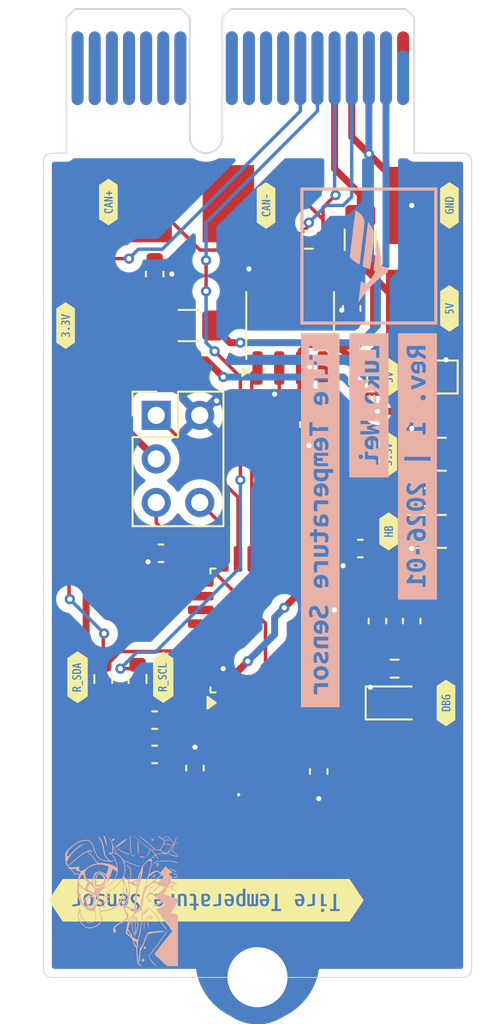
<source format=kicad_pcb>
(kicad_pcb (version 20241229) (generator "pcbnew") (generator_version "9.0")
  (layers (0 "F.Cu" signal) (2 "B.Cu" signal) (13 "F.Paste" user) (15 "B.Paste" user) (5 "F.SilkS" user "F.Silkscreen") (7 "B.SilkS" user "B.Silkscreen") (1 "F.Mask" user) (3 "B.Mask" user) (25 "Edge.Cuts" user))
  (net 0 "")
  (net 1 "GND")
  (net 2 "/Debug LED")
  (net 3 "+3.3V")
  (net 4 "/Heartbeat LED")
  (net 5 "/SWCLK")
  (net 9 "/CAN_TX")
  (net 11 "/SWDIO")
  (net 18 "/NRST")
  (net 19 "Net-(U1-PF0-OSC_IN)")
  (net 21 "/CAN_RX")
  (net 22 "Net-(U1-PF1-OSC_OUT)")
  (net 27 "/CAN_-")
  (net 28 "+5V")
  (net 29 "/CAN_+")
  (net 37 "Net-(D3-A)")
  (net 41 "/I2C1_SCL")
  (net 42 "/I2C1_SDA")
  (net 47 "Net-(D1-A)")
  (net 48 "Net-(D2-A)")
  (net 49 "Net-(J2-5V)")
  (net 50 "Net-(J2-3.3V)")
  (net 66 "Net-(D4-A)")
  (footprint "OEM:TP_Hook_SMD" (layer "F.Cu") (at 103.3 51.9 90)
    (property "Reference" "TP4" (hide yes))
    (property "Value" "TP_SMD")
    (pad "1" smd rect (at 0 0 90) (size 4.5 3) (layers "F.Cu" "F.Mask" "F.Paste") (net 27 "/CAN_-"))
  )
  (footprint "OEM:SOIC-8_3.9x4.9mm_P1.27mm" (layer "F.Cu") (at 106.905 59 90)
    (property "Reference" "U2" (hide yes))
    (property "Value" "MCP2561-E_SN")
    (pad "1" smd roundrect (at -2.475 -1.905 90) (size 1.95 0.6) (layers "F.Cu" "F.Mask" "F.Paste") (net 9 "/CAN_TX"))
    (pad "2" smd roundrect (at -2.475 -0.635 90) (size 1.95 0.6) (layers "F.Cu" "F.Mask" "F.Paste") (net 1 "GND"))
    (pad "3" smd roundrect (at -2.475 0.635 90) (size 1.95 0.6) (layers "F.Cu" "F.Mask" "F.Paste") (net 28 "+5V"))
    (pad "4" smd roundrect (at -2.475 1.905 90) (size 1.95 0.6) (layers "F.Cu" "F.Mask" "F.Paste") (net 21 "/CAN_RX"))
    (pad "5" smd roundrect (at 2.475 1.905 90) (size 1.95 0.6) (layers "F.Cu" "F.Mask" "F.Paste"))
    (pad "6" smd roundrect (at 2.475 0.635 90) (size 1.95 0.6) (layers "F.Cu" "F.Mask" "F.Paste") (net 27 "/CAN_-"))
    (pad "7" smd roundrect (at 2.475 -0.635 90) (size 1.95 0.6) (layers "F.Cu" "F.Mask" "F.Paste") (net 29 "/CAN_+"))
    (pad "8" smd roundrect (at 2.475 -1.905 90) (size 1.95 0.6) (layers "F.Cu" "F.Mask" "F.Paste") (net 1 "GND"))
  )
  (footprint "OEM:C_0603_1608Metric" (layer "F.Cu") (at 99.365 72.2755 180)
    (property "Reference" "C2" (hide yes))
    (property "Value" "C_0.1uF_16V")
    (pad "1" smd roundrect (at -0.775 0 180) (size 0.9 0.95) (layers "F.Cu" "F.Mask" "F.Paste") (net 18 "/NRST"))
    (pad "2" smd roundrect (at 0.775 0 180) (size 0.9 0.95) (layers "F.Cu" "F.Mask" "F.Paste") (net 1 "GND"))
  )
  (footprint "kibuzzard-697E5B74" (layer "F.Cu") (at 116.2 52 90)
    (property "Reference" "kibuzzard-697E5B74" (hide yes))
    (property "Value" "G***" (hide yes))
  )
  (footprint "OEM:J_PCIe_x1_Key" (layer "F.Cu") (at 113.5 44 180)
    (property "Reference" "J2" (hide yes))
    (property "Value" "J_PCIe_x1")
    (fp_line (start 19.65 2.95) (end 19.15 3.45) (stroke (width 0.1)) (layer "Edge.Cuts"))
    (fp_line (start 19.65 -4.95) (end 19.65 2.95) (stroke (width 0.1)) (layer "Edge.Cuts"))
    (fp_line (start 12.95 3.45) (end 19.15 3.45) (stroke (width 0.1)) (layer "Edge.Cuts"))
    (fp_line (start 12.45 2.95) (end 12.95 3.45) (stroke (width 0.1)) (layer "Edge.Cuts"))
    (fp_line (start 12.45 -4) (end 12.45 2.95) (stroke (width 0.1)) (layer "Edge.Cuts"))
    (fp_line (start 10.55 2.95) (end 10.05 3.45) (stroke (width 0.1)) (layer "Edge.Cuts"))
    (fp_line (start 10.55 -4) (end 10.55 2.95) (stroke (width 0.1)) (layer "Edge.Cuts"))
    (fp_line (start -0.15 3.45) (end 10.05 3.45) (stroke (width 0.1)) (layer "Edge.Cuts"))
    (fp_line (start -0.65 2.95) (end -0.15 3.45) (stroke (width 0.1)) (layer "Edge.Cuts"))
    (fp_line (start -0.65 -4.95) (end -0.65 2.95) (stroke (width 0.1)) (layer "Edge.Cuts"))
    (fp_arc (start 10.55 -4) (mid 11.5 -4.95) (end 12.45 -4) (stroke (width 0.1)) (layer "Edge.Cuts"))
    (pad "A1" connect oval (at 0 -0.55 180) (size 0.7 3.2) (layers "B.Cu" "B.Mask"))
    (pad "A2" connect oval (at 1 0 180) (size 0.7 4.3) (layers "B.Cu" "B.Mask") (net 50 "Net-(J2-3.3V)"))
    (pad "A3" connect oval (at 2 0 180) (size 0.7 4.3) (layers "B.Cu" "B.Mask") (net 1 "GND"))
    (pad "A4" connect oval (at 3 0 180) (size 0.7 4.3) (layers "B.Cu" "B.Mask") (net 29 "/CAN_+"))
    (pad "A5" connect oval (at 4 0 180) (size 0.7 4.3) (layers "B.Cu" "B.Mask") (net 27 "/CAN_-"))
    (pad "A6" connect oval (at 5 0 180) (size 0.7 4.3) (layers "B.Cu" "B.Mask") (net 41 "/I2C1_SCL"))
    (pad "A7" connect oval (at 6 0 180) (size 0.7 4.3) (layers "B.Cu" "B.Mask") (net 42 "/I2C1_SDA"))
    (pad "A8" connect oval (at 7 0 180) (size 0.7 4.3) (layers "B.Cu" "B.Mask"))
    (pad "A9" connect oval (at 8 0 180) (size 0.7 4.3) (layers "B.Cu" "B.Mask"))
    (pad "A10" connect oval (at 9 0 180) (size 0.7 4.3) (layers "B.Cu" "B.Mask"))
    (pad "A11" connect oval (at 10 0 180) (size 0.7 4.3) (layers "B.Cu" "B.Mask"))
    (pad "A12" connect oval (at 13 0 180) (size 0.7 4.3) (layers "B.Cu" "B.Mask"))
    (pad "A13" connect oval (at 14 0 180) (size 0.7 4.3) (layers "B.Cu" "B.Mask"))
    (pad "A14" connect oval (at 15 0 180) (size 0.7 4.3) (layers "B.Cu" "B.Mask"))
    (pad "A15" connect oval (at 16 0 180) (size 0.7 4.3) (layers "B.Cu" "B.Mask"))
    (pad "A16" connect oval (at 17 0 180) (size 0.7 4.3) (layers "B.Cu" "B.Mask"))
    (pad "A17" connect oval (at 18 0 180) (size 0.7 4.3) (layers "B.Cu" "B.Mask"))
    (pad "A18" connect oval (at 19 0 180) (size 0.7 4.3) (layers "B.Cu" "B.Mask"))
    (pad "B1" connect oval (at 0 0 180) (size 0.7 4.3) (layers "F.Cu" "F.Mask"))
    (pad "B2" connect oval (at 1 0 180) (size 0.7 4.3) (layers "F.Cu" "F.Mask"))
    (pad "B3" connect oval (at 2 0 180) (size 0.7 4.3) (layers "F.Cu" "F.Mask"))
    (pad "B4" connect oval (at 3 0 180) (size 0.7 4.3) (layers "F.Cu" "F.Mask") (net 1 "GND"))
    (pad "B5" connect oval (at 4 0 180) (size 0.7 4.3) (layers "F.Cu" "F.Mask") (net 49 "Net-(J2-5V)"))
    (pad "B6" connect oval (at 5 0 180) (size 0.7 4.3) (layers "F.Cu" "F.Mask"))
    (pad "B7" connect oval (at 6 0 180) (size 0.7 4.3) (layers "F.Cu" "F.Mask"))
    (pad "B8" connect oval (at 7 0 180) (size 0.7 4.3) (layers "F.Cu" "F.Mask"))
    (pad "B9" connect oval (at 8 0 180) (size 0.7 4.3) (layers "F.Cu" "F.Mask"))
    (pad "B10" connect oval (at 9 0 180) (size 0.7 4.3) (layers "F.Cu" "F.Mask"))
    (pad "B11" connect oval (at 10 0 180) (size 0.7 4.3) (layers "F.Cu" "F.Mask"))
    (pad "B12" connect oval (at 13 0 180) (size 0.7 4.3) (layers "F.Cu" "F.Mask"))
    (pad "B13" connect oval (at 14 0 180) (size 0.7 4.3) (layers "F.Cu" "F.Mask"))
    (pad "B14" connect oval (at 15 0 180) (size 0.7 4.3) (layers "F.Cu" "F.Mask"))
    (pad "B15" connect oval (at 16 0 180) (size 0.7 4.3) (layers "F.Cu" "F.Mask"))
    (pad "B16" connect oval (at 17 0 180) (size 0.7 4.3) (layers "F.Cu" "F.Mask"))
    (pad "B17" connect oval (at 18 -0.55 180) (size 0.7 3.2) (layers "F.Cu" "F.Mask"))
    (pad "B18" connect oval (at 19 0 180) (size 0.7 4.3) (layers "F.Cu" "F.Mask"))
  )
  (footprint "OEM:Fuse_1206_3216Metric" (layer "F.Cu") (at 111 54 90)
    (property "Reference" "F1" (hide yes))
    (property "Value" "F_500mA_8V")
    (pad "1" smd roundrect (at -1.4 0 90) (size 1.25 1.75) (layers "F.Cu" "F.Mask" "F.Paste") (roundrect_rratio 0.2) (net 28 "+5V"))
    (pad "2" smd roundrect (at 1.4 0 90) (size 1.25 1.75) (layers "F.Cu" "F.Mask" "F.Paste") (roundrect_rratio 0.2) (net 49 "Net-(J2-5V)"))
  )
  (footprint "OEM:J_Programming_Pin_Header_Keyed" (layer "F.Cu") (at 99.09 64.2355)
    (property "Reference" "J3" (hide yes))
    (property "Value" "J_Programming_Pin_Header")
    (pad "1" thru_hole rect (at 0 0) (size 1.7 1.7) (drill 1) (layers "*.Cu" "*.Mask") (net 11 "/SWDIO"))
    (pad "2" thru_hole circle (at 2.54 0) (size 1.7 1.7) (drill 1) (layers "*.Cu" "*.Mask") (net 1 "GND"))
    (pad "3" thru_hole circle (at 0 2.54) (size 1.7 1.7) (drill 1) (layers "*.Cu" "*.Mask") (net 3 "+3.3V"))
    (pad "4" thru_hole circle (at 0 5.08) (size 1.7 1.7) (drill 1) (layers "*.Cu" "*.Mask") (net 18 "/NRST"))
    (pad "5" thru_hole circle (at 2.54 5.08) (size 1.7 1.7) (drill 1) (layers "*.Cu" "*.Mask") (net 5 "/SWCLK"))
  )
  (footprint "OEM:TP_Hook_SMD" (layer "F.Cu") (at 96 59 90)
    (property "Reference" "TP1" (hide yes))
    (property "Value" "TP_SMD")
    (pad "1" smd rect (at 0 0 90) (size 4.5 3) (layers "F.Cu" "F.Mask" "F.Paste") (net 3 "+3.3V"))
  )
  (footprint "OEM:R_0603_1608Metric" (layer "F.Cu") (at 98 79.6005 90)
    (property "Reference" "R1" (hide yes))
    (property "Value" "R_2.2k_0.1W")
    (pad "1" smd roundrect (at -0.825 0 90) (size 0.8 0.95) (layers "F.Cu" "F.Mask" "F.Paste") (net 3 "+3.3V"))
    (pad "2" smd roundrect (at 0.825 0 90) (size 0.8 0.95) (layers "F.Cu" "F.Mask" "F.Paste") (net 41 "/I2C1_SCL"))
  )
  (footprint "kibuzzard-697E5C85" (layer "F.Cu") (at 112.65 71 90)
    (property "Reference" "kibuzzard-697E5C85" (hide yes))
    (property "Value" "G***" (hide yes))
  )
  (footprint "OEM:D_0805_2012Metric" (layer "F.Cu") (at 115 71)
    (property "Reference" "D2" (hide yes))
    (property "Value" "D_Blue_LED")
    (pad "1" smd roundrect (at -0.9375 0) (size 0.975 1.4) (layers "F.Cu" "F.Mask" "F.Paste") (net 1 "GND"))
    (pad "2" smd roundrect (at 0.9375 0) (size 0.975 1.4) (layers "F.Cu" "F.Mask" "F.Paste") (net 48 "Net-(D2-A)"))
  )
  (footprint "OEM:D_0805_2012Metric" (layer "F.Cu") (at 113 81)
    (property "Reference" "D1" (hide yes))
    (property "Value" "D_Blue_LED")
    (pad "1" smd roundrect (at -0.9375 0) (size 0.975 1.4) (layers "F.Cu" "F.Mask" "F.Paste") (net 1 "GND"))
    (pad "2" smd roundrect (at 0.9375 0) (size 0.975 1.4) (layers "F.Cu" "F.Mask" "F.Paste") (net 47 "Net-(D1-A)"))
  )
  (footprint "OEM:D_0805_2012Metric" (layer "F.Cu") (at 115 62 180)
    (property "Reference" "D4" (hide yes))
    (property "Value" "D_Blue_LED")
    (pad "1" smd roundrect (at -0.9375 0 180) (size 0.975 1.4) (layers "F.Cu" "F.Mask" "F.Paste") (net 1 "GND"))
    (pad "2" smd roundrect (at 0.9375 0 180) (size 0.975 1.4) (layers "F.Cu" "F.Mask" "F.Paste") (net 66 "Net-(D4-A)"))
  )
  (footprint "kibuzzard-698147C7" (layer "F.Cu") (at 112.644723 62 90)
    (property "Reference" "kibuzzard-698147C7" (hide yes))
    (property "Value" "G***" (hide yes))
  )
  (footprint "kibuzzard-697E5B13" (layer "F.Cu") (at 94.5 79.5 90)
    (property "Reference" "kibuzzard-697E5B13" (hide yes))
    (property "Value" "G***" (hide yes))
  )
  (footprint "OEM:Fuse_1206_3216Metric" (layer "F.Cu") (at 101 59)
    (property "Reference" "F3" (hide yes))
    (property "Value" "F_500mA_8V")
    (pad "1" smd roundrect (at -1.4 0) (size 1.25 1.75) (layers "F.Cu" "F.Mask" "F.Paste") (roundrect_rratio 0.2) (net 3 "+3.3V"))
    (pad "2" smd roundrect (at 1.4 0) (size 1.25 1.75) (layers "F.Cu" "F.Mask" "F.Paste") (roundrect_rratio 0.2) (net 50 "Net-(J2-3.3V)"))
  )
  (footprint "OEM:R_0603_1608Metric" (layer "F.Cu") (at 113 79)
    (property "Reference" "R5" (hide yes))
    (property "Value" "R_1k")
    (pad "1" smd roundrect (at -0.825 0) (size 0.8 0.95) (layers "F.Cu" "F.Mask" "F.Paste") (net 2 "/Debug LED"))
    (pad "2" smd roundrect (at 0.825 0) (size 0.8 0.95) (layers "F.Cu" "F.Mask" "F.Paste") (net 47 "Net-(D1-A)"))
  )
  (footprint "OEM:R_0603_1608Metric" (layer "F.Cu") (at 115 69)
    (property "Reference" "R4" (hide yes))
    (property "Value" "R_1k")
    (pad "1" smd roundrect (at -0.825 0) (size 0.8 0.95) (layers "F.Cu" "F.Mask" "F.Paste") (net 4 "/Heartbeat LED"))
    (pad "2" smd roundrect (at 0.825 0) (size 0.8 0.95) (layers "F.Cu" "F.Mask" "F.Paste") (net 48 "Net-(D2-A)"))
  )
  (footprint "OEM:C_0603_1608Metric" (layer "F.Cu") (at 112 76.225 -90)
    (property "Reference" "C10" (hide yes))
    (property "Value" "C_10nF_50V")
    (pad "1" smd roundrect (at -0.775 0 270) (size 0.9 0.95) (layers "F.Cu" "F.Mask" "F.Paste") (net 3 "+3.3V"))
    (pad "2" smd roundrect (at 0.775 0 270) (size 0.9 0.95) (layers "F.Cu" "F.Mask" "F.Paste") (net 1 "GND"))
  )
  (footprint "OEM:C_0603_1608Metric" (layer "F.Cu") (at 99 56 90)
    (property "Reference" "C8" (hide yes))
    (property "Value" "C_10uF_10V")
    (pad "1" smd roundrect (at -0.775 0 90) (size 0.9 0.95) (layers "F.Cu" "F.Mask" "F.Paste") (net 3 "+3.3V"))
    (pad "2" smd roundrect (at 0.775 0 90) (size 0.9 0.95) (layers "F.Cu" "F.Mask" "F.Paste") (net 1 "GND"))
  )
  (footprint "OEM:C_0603_1608Metric" (layer "F.Cu") (at 99 84 180)
    (property "Reference" "C1" (hide yes))
    (property "Value" "C_4.7uF_25V")
    (pad "1" smd roundrect (at -0.775 0 180) (size 0.9 0.95) (layers "F.Cu" "F.Mask" "F.Paste") (net 3 "+3.3V"))
    (pad "2" smd roundrect (at 0.775 0 180) (size 0.9 0.95) (layers "F.Cu" "F.Mask" "F.Paste") (net 1 "GND"))
  )
  (footprint "OEM:R_0603_1608Metric" (layer "F.Cu") (at 108 54)
    (property "Reference" "R3" (hide yes))
    (property "Value" "R_120")
    (pad "1" smd roundrect (at -0.825 0) (size 0.8 0.95) (layers "F.Cu" "F.Mask" "F.Paste") (net 29 "/CAN_+"))
    (pad "2" smd roundrect (at 0.825 0) (size 0.8 0.95) (layers "F.Cu" "F.Mask" "F.Paste") (net 27 "/CAN_-"))
  )
  (footprint "OEM:C_0603_1608Metric" (layer "F.Cu") (at 110.5 58 -90)
    (property "Reference" "C9" (hide yes))
    (property "Value" "C_10uF_10V")
    (pad "1" smd roundrect (at -0.775 0 270) (size 0.9 0.95) (layers "F.Cu" "F.Mask" "F.Paste") (net 28 "+5V"))
    (pad "2" smd roundrect (at 0.775 0 270) (size 0.9 0.95) (layers "F.Cu" "F.Mask" "F.Paste") (net 1 "GND"))
  )
  (footprint "kibuzzard-697E730B" (layer "F.Cu") (at 102 92.5 180)
    (property "Reference" "kibuzzard-697E730B" (hide yes))
    (property "Value" "G***" (hide yes))
  )
  (footprint "OEM:C_0603_1608Metric" (layer "F.Cu") (at 108.5745 85 -90)
    (property "Reference" "C3" (hide yes))
    (property "Value" "C_30pF_50V")
    (pad "1" smd roundrect (at -0.775 0 270) (size 0.9 0.95) (layers "F.Cu" "F.Mask" "F.Paste") (net 22 "Net-(U1-PF1-OSC_OUT)"))
    (pad "2" smd roundrect (at 0.775 0 270) (size 0.9 0.95) (layers "F.Cu" "F.Mask" "F.Paste") (net 1 "GND"))
  )
  (footprint "OEM:C_0603_1608Metric" (layer "F.Cu") (at 99 82 180)
    (property "Reference" "C5" (hide yes))
    (property "Value" "C_0.1uF_16V")
    (pad "1" smd roundrect (at -0.775 0 180) (size 0.9 0.95) (layers "F.Cu" "F.Mask" "F.Paste") (net 3 "+3.3V"))
    (pad "2" smd roundrect (at 0.775 0 180) (size 0.9 0.95) (layers "F.Cu" "F.Mask" "F.Paste") (net 1 "GND"))
  )
  (footprint "OEM:TP_Hook_SMD" (layer "F.Cu") (at 98.5 51.9 90)
    (property "Reference" "TP5" (hide yes))
    (property "Value" "TP_SMD")
    (pad "1" smd rect (at 0 0 90) (size 4.5 3) (layers "F.Cu" "F.Mask" "F.Paste") (net 29 "/CAN_+"))
  )
  (footprint "OEM:R_0603_1608Metric" (layer "F.Cu") (at 115.0625 64)
    (property "Reference" "R6" (hide yes))
    (property "Value" "R_1k")
    (pad "1" smd roundrect (at -0.825 0) (size 0.8 0.95) (layers "F.Cu" "F.Mask" "F.Paste") (net 3 "+3.3V"))
    (pad "2" smd roundrect (at 0.825 0) (size 0.8 0.95) (layers "F.Cu" "F.Mask" "F.Paste") (net 37 "Net-(D3-A)"))
  )
  (footprint "OEM:FA238160000MBC0 (X_16MHz_18pF_SMD - FA-238_16.0000MB-C0)" (layer "F.Cu") (at 105 84.5)
    (property "Reference" "Y1" (hide yes))
    (property "Value" "X_16MHz_18pF" (hide yes))
    (pad "1" smd rect (at -1.1 0.8 90) (size 1.2 1.4) (layers "F.Cu" "F.Mask" "F.Paste") (net 19 "Net-(U1-PF0-OSC_IN)"))
    (pad "2" smd rect (at 1.1 0.8 90) (size 1.2 1.4) (layers "F.Cu" "F.Mask" "F.Paste") (net 1 "GND"))
    (pad "3" smd rect (at 1.1 -0.8 90) (size 1.2 1.4) (layers "F.Cu" "F.Mask" "F.Paste") (net 22 "Net-(U1-PF1-OSC_OUT)"))
    (pad "4" smd rect (at -1.1 -0.8 90) (size 1.2 1.4) (layers "F.Cu" "F.Mask" "F.Paste") (net 1 "GND"))
  )
  (footprint "OEM:D_0805_2012Metric" (layer "F.Cu") (at 115 66.5)
    (property "Reference" "D3" (hide yes))
    (property "Value" "D_Blue_LED")
    (pad "1" smd roundrect (at -0.9375 0) (size 0.975 1.4) (layers "F.Cu" "F.Mask" "F.Paste") (net 1 "GND"))
    (pad "2" smd roundrect (at 0.9375 0) (size 0.975 1.4) (layers "F.Cu" "F.Mask" "F.Paste") (net 37 "Net-(D3-A)"))
  )
  (footprint "OEM:TP_Hook_SMD" (layer "F.Cu") (at 114 52 90)
    (property "Reference" "TP2" (hide yes))
    (property "Value" "TP_SMD")
    (pad "1" smd rect (at 0 0 90) (size 4.5 3) (layers "F.Cu" "F.Mask" "F.Paste") (net 1 "GND"))
  )
  (footprint "kibuzzard-697E5B7C" (layer "F.Cu") (at 116.2 58 90)
    (property "Reference" "kibuzzard-697E5B7C" (hide yes))
    (property "Value" "G***" (hide yes))
  )
  (footprint "kibuzzard-697E5BB9" (layer "F.Cu") (at 116 81 90)
    (property "Reference" "kibuzzard-697E5BB9" (hide yes))
    (property "Value" "G***" (hide yes))
  )
  (footprint "OEM:C_0603_1608Metric" (layer "F.Cu") (at 111 72)
    (property "Reference" "C11" (hide yes))
    (property "Value" "C_0.1uF_16V")
    (pad "1" smd roundrect (at -0.775 0) (size 0.9 0.95) (layers "F.Cu" "F.Mask" "F.Paste") (net 3 "+3.3V"))
    (pad "2" smd roundrect (at 0.775 0) (size 0.9 0.95) (layers "F.Cu" "F.Mask" "F.Paste") (net 1 "GND"))
  )
  (footprint "OEM:C_0603_1608Metric" (layer "F.Cu") (at 108 64.775 -90)
    (property "Reference" "C7" (hide yes))
    (property "Value" "C_0.1uF_16V")
    (pad "1" smd roundrect (at -0.775 0 270) (size 0.9 0.95) (layers "F.Cu" "F.Mask" "F.Paste") (net 28 "+5V"))
    (pad "2" smd roundrect (at 0.775 0 270) (size 0.9 0.95) (layers "F.Cu" "F.Mask" "F.Paste") (net 1 "GND"))
  )
  (footprint "kibuzzard-697E5E44" (layer "F.Cu") (at 96.3 51.8 90)
    (property "Reference" "kibuzzard-697E5E44" (hide yes))
    (property "Value" "G***" (hide yes))
  )
  (footprint "kibuzzard-69814769" (layer "F.Cu") (at 112.6 66.5 90)
    (property "Reference" "kibuzzard-69814769" (hide yes))
    (property "Value" "G***" (hide yes))
  )
  (footprint "OEM:C_0603_1608Metric" (layer "F.Cu") (at 114 76.225 -90)
    (property "Reference" "C4" (hide yes))
    (property "Value" "C_1uF_50V")
    (pad "1" smd roundrect (at -0.775 0 270) (size 0.9 0.95) (layers "F.Cu" "F.Mask" "F.Paste") (net 3 "+3.3V"))
    (pad "2" smd roundrect (at 0.775 0 270) (size 0.9 0.95) (layers "F.Cu" "F.Mask" "F.Paste") (net 1 "GND"))
  )
  (footprint "kibuzzard-697E5B64" (layer "F.Cu") (at 93.8 59 90)
    (property "Reference" "kibuzzard-697E5B64" (hide yes))
    (property "Value" "G***" (hide yes))
  )
  (footprint "OEM:H_MountingHole" (layer "F.Cu") (at 105 97 180)
    (property "Reference" "H2" (hide yes))
    (property "Value" "H_MountingHole" (hide yes))
    (pad "1" thru_hole circle (at 0 0.016 180) (size 5.499999 5.499999) (drill 3.500001) (layers "*.Cu" "*.Mask") (net 1 "GND"))
    (pad "1" smd circle (at 0 1.016 180) (size 7.249998 7.249998) (layers "B.Cu" "B.Mask") (net 1 "GND"))
  )
  (footprint "OEM:R_0603_1608Metric" (layer "F.Cu") (at 96 79.6005 90)
    (property "Reference" "R2" (hide yes))
    (property "Value" "R_2.2k_0.1W")
    (pad "1" smd roundrect (at -0.825 0 90) (size 0.8 0.95) (layers "F.Cu" "F.Mask" "F.Paste") (net 3 "+3.3V"))
    (pad "2" smd roundrect (at 0.825 0 90) (size 0.8 0.95) (layers "F.Cu" "F.Mask" "F.Paste") (net 42 "/I2C1_SDA"))
  )
  (footprint "OEM:C_0603_1608Metric" (layer "F.Cu") (at 101.35 84.8 90)
    (property "Reference" "C6" (hide yes))
    (property "Value" "C_30pF_50V")
    (pad "1" smd roundrect (at -0.775 0 90) (size 0.9 0.95) (layers "F.Cu" "F.Mask" "F.Paste") (net 19 "Net-(U1-PF0-OSC_IN)"))
    (pad "2" smd roundrect (at 0.775 0 90) (size 0.9 0.95) (layers "F.Cu" "F.Mask" "F.Paste") (net 1 "GND"))
  )
  (footprint "OEM:TP_Hook_SMD" (layer "F.Cu") (at 114 58 90)
    (property "Reference" "TP3" (hide yes))
    (property "Value" "TP_SMD")
    (pad "1" smd rect (at 0 0 90) (size 4.5 3) (layers "F.Cu" "F.Mask" "F.Paste") (net 28 "+5V"))
  )
  (footprint "OEM:R_0603_1608Metric" (layer "F.Cu") (at 110.873586 62.173636 -90)
    (property "Reference" "R7" (hide yes))
    (property "Value" "R_1k")
    (pad "1" smd roundrect (at -0.825 0 270) (size 0.8 0.95) (layers "F.Cu" "F.Mask" "F.Paste") (net 28 "+5V"))
    (pad "2" smd roundrect (at 0.825 0 270) (size 0.8 0.95) (layers "F.Cu" "F.Mask" "F.Paste") (net 66 "Net-(D4-A)"))
  )
  (footprint "kibuzzard-697E5AB9" (layer "F.Cu") (at 105.5 52 90)
    (property "Reference" "kibuzzard-697E5AB9" (hide yes))
    (property "Value" "G***" (hide yes))
  )
  (footprint "kibuzzard-697E5DCC" (layer "F.Cu") (at 99.5 79.5 90)
    (property "Reference" "kibuzzard-697E5DCC" (hide yes))
    (property "Value" "G***" (hide yes))
  )
  (footprint "OEM:LQFP-32_7x7mm_P0.8mm" (layer "F.Cu") (at 105.865 76.7755 90)
    (property "Reference" "U1" (hide yes))
    (property "Value" "STM32G441KBT6")
    (pad "1" smd roundrect (at -4.175 -2.8 90) (size 1.5 0.5) (layers "F.Cu" "F.Mask" "F.Paste") (net 3 "+3.3V"))
    (pad "2" smd roundrect (at -4.175 -2 90) (size 1.5 0.5) (layers "F.Cu" "F.Mask" "F.Paste") (net 19 "Net-(U1-PF0-OSC_IN)"))
    (pad "3" smd roundrect (at -4.175 -1.2 90) (size 1.5 0.5) (layers "F.Cu" "F.Mask" "F.Paste") (net 22 "Net-(U1-PF1-OSC_OUT)"))
    (pad "4" smd roundrect (at -4.175 -0.4 90) (size 1.5 0.5) (layers "F.Cu" "F.Mask" "F.Paste") (net 18 "/NRST"))
    (pad "5" smd roundrect (at -4.175 0.4 90) (size 1.5 0.5) (layers "F.Cu" "F.Mask" "F.Paste"))
    (pad "6" smd roundrect (at -4.175 1.2 90) (size 1.5 0.5) (layers "F.Cu" "F.Mask" "F.Paste"))
    (pad "7" smd roundrect (at -4.175 2 90) (size 1.5 0.5) (layers "F.Cu" "F.Mask" "F.Paste"))
    (pad "8" smd roundrect (at -4.175 2.8 90) (size 1.5 0.5) (layers "F.Cu" "F.Mask" "F.Paste"))
    (pad "9" smd roundrect (at -2.8 4.175 90) (size 0.5 1.5) (layers "F.Cu" "F.Mask" "F.Paste"))
    (pad "10" smd roundrect (at -2 4.175 90) (size 0.5 1.5) (layers "F.Cu" "F.Mask" "F.Paste"))
    (pad "11" smd roundrect (at -1.2 4.175 90) (size 0.5 1.5) (layers "F.Cu" "F.Mask" "F.Paste") (net 2 "/Debug LED"))
    (pad "12" smd roundrect (at -0.4 4.175 90) (size 0.5 1.5) (layers "F.Cu" "F.Mask" "F.Paste"))
    (pad "13" smd roundrect (at 0.4 4.175 90) (size 0.5 1.5) (layers "F.Cu" "F.Mask" "F.Paste"))
    (pad "14" smd roundrect (at 1.2 4.175 90) (size 0.5 1.5) (layers "F.Cu" "F.Mask" "F.Paste") (net 1 "GND"))
    (pad "15" smd roundrect (at 2 4.175 90) (size 0.5 1.5) (layers "F.Cu" "F.Mask" "F.Paste") (net 3 "+3.3V"))
    (pad "16" smd roundrect (at 2.8 4.175 90) (size 0.5 1.5) (layers "F.Cu" "F.Mask" "F.Paste") (net 1 "GND"))
    (pad "17" smd roundrect (at 4.175 2.8 90) (size 1.5 0.5) (layers "F.Cu" "F.Mask" "F.Paste") (net 3 "+3.3V"))
    (pad "18" smd roundrect (at 4.175 2 90) (size 1.5 0.5) (layers "F.Cu" "F.Mask" "F.Paste") (net 4 "/Heartbeat LED"))
    (pad "19" smd roundrect (at 4.175 1.2 90) (size 1.5 0.5) (layers "F.Cu" "F.Mask" "F.Paste"))
    (pad "20" smd roundrect (at 4.175 0.4 90) (size 1.5 0.5) (layers "F.Cu" "F.Mask" "F.Paste"))
    (pad "21" smd roundrect (at 4.175 -0.4 90) (size 1.5 0.5) (layers "F.Cu" "F.Mask" "F.Paste") (net 21 "/CAN_RX"))
    (pad "22" smd roundrect (at 4.175 -1.2 90) (size 1.5 0.5) (layers "F.Cu" "F.Mask" "F.Paste") (net 9 "/CAN_TX"))
    (pad "23" smd roundrect (at 4.175 -2 90) (size 1.5 0.5) (layers "F.Cu" "F.Mask" "F.Paste") (net 11 "/SWDIO"))
    (pad "24" smd roundrect (at 4.175 -2.8 90) (size 1.5 0.5) (layers "F.Cu" "F.Mask" "F.Paste") (net 5 "/SWCLK"))
    (pad "25" smd roundrect (at 2.8 -4.175 90) (size 0.5 1.5) (layers "F.Cu" "F.Mask" "F.Paste"))
    (pad "26" smd roundrect (at 2 -4.175 90) (size 0.5 1.5) (layers "F.Cu" "F.Mask" "F.Paste"))
    (pad "27" smd roundrect (at 1.2 -4.175 90) (size 0.5 1.5) (layers "F.Cu" "F.Mask" "F.Paste"))
    (pad "28" smd roundrect (at 0.4 -4.175 90) (size 0.5 1.5) (layers "F.Cu" "F.Mask" "F.Paste"))
    (pad "29" smd roundrect (at -0.4 -4.175 90) (size 0.5 1.5) (layers "F.Cu" "F.Mask" "F.Paste"))
    (pad "30" smd roundrect (at -1.2 -4.175 90) (size 0.5 1.5) (layers "F.Cu" "F.Mask" "F.Paste") (net 42 "/I2C1_SDA"))
    (pad "31" smd roundrect (at -2 -4.175 90) (size 0.5 1.5) (layers "F.Cu" "F.Mask" "F.Paste") (net 41 "/I2C1_SCL"))
    (pad "32" smd roundrect (at -2.8 -4.175 90) (size 0.5 1.5) (layers "F.Cu" "F.Mask" "F.Paste") (net 1 "GND"))
  )
  (footprint "OEM:OEM_Logo_8mm" (layer "B.Cu") (at 111.5 54.95 -90)
    (property "Reference" "REF**" (hide yes))
    (property "Value" "OEM_Logo_8mm")
  )
  (footprint "LOGO" (layer "B.Cu") (at 97.064384 92.541096 -90)
    (property "Reference" "G***" (hide yes))
    (property "Value" "LOGO" (hide yes))
  )
  (footprint "kibuzzard-6980A3A7" (layer "B.Cu") (at 108.665 70.3499 -90)
    (property "Reference" "kibuzzard-6980A3A7" (hide yes))
    (property "Value" "G***" (hide yes))
  )
  (footprint "kibuzzard-6980A425" (layer "B.Cu") (at 111.5 63.65215 -90)
    (property "Reference" "kibuzzard-6980A425" (hide yes))
    (property "Value" "G***" (hide yes))
  )
  (footprint "kibuzzard-6980A498" (layer "B.Cu") (at 114.335 67.21427 -90)
    (property "Reference" "kibuzzard-6980A498" (hide yes))
    (property "Value" "G***" (hide yes))
  )
  (gr_arc (start 93 97) (mid 92.646447 96.853553) (end 92.5 96.5) (stroke (width 0.05)) (layer "Edge.Cuts"))
  (gr_line (start 117.5 96.5) (end 117.5 58.5) (stroke (width 0.05)) (layer "Edge.Cuts"))
  (gr_line (start 93 97) (end 117 97) (stroke (width 0.05)) (layer "Edge.Cuts"))
  (gr_arc (start 117.5 96.5) (mid 117.353553 96.853553) (end 117 97) (stroke (width 0.05)) (layer "Edge.Cuts"))
  (gr_line (start 92.5 49.45) (end 92.5 96.5) (stroke (width 0.05)) (layer "Edge.Cuts"))
  (gr_line (start 93.85 48.95) (end 93 48.95) (stroke (width 0.05)) (layer "Edge.Cuts"))
  (gr_line (start 117.5 49.45) (end 117.5 58.5) (stroke (width 0.05)) (layer "Edge.Cuts"))
  (gr_arc (start 117 48.95) (mid 117.353553 49.096447) (end 117.5 49.45) (stroke (width 0.05)) (layer "Edge.Cuts"))
  (gr_arc (start 92.5 49.45) (mid 92.646447 49.096447) (end 93 48.95) (stroke (width 0.05)) (layer "Edge.Cuts"))
  (gr_line (start 114.15 48.95) (end 117 48.95) (stroke (width 0.05)) (layer "Edge.Cuts"))
  (segment (start 111.738 80.6755) (end 111.738 80.238) (width 0.2) (layer "F.Cu") (net 1))
  (segment (start 114 51.5) (end 112.5 50) (width 0.4064) (layer "F.Cu") (net 1))
  (segment (start 105 56.2) (end 104.5 55.7) (width 0.2) (layer "F.Cu") (net 1))
  (segment (start 110.595918 75.5755) (end 110.04 75.5755) (width 0.2) (layer "F.Cu") (net 1))
  (segment (start 108.5745 85.775) (end 108.5745 86.575) (width 0.2) (layer "F.Cu") (net 1))
  (segment (start 110.04 73.04) (end 110 73) (width 0.2) (layer "F.Cu") (net 1))
  (segment (start 110.5 58.775) (end 110.5 58.596058) (width 0.4064) (layer "F.Cu") (net 1))
  (segment (start 109.91852 58.08148) (end 109.91852 58.098542) (width 0.4064) (layer "F.Cu") (net 1))
  (segment (start 114 65) (end 114.0625 65.0625) (width 0.2) (layer "F.Cu") (net 1))
  (segment (start 114 52) (end 114 51.5) (width 0.4064) (layer "F.Cu") (net 1))
  (segment (start 102.4245 79.5755) (end 103 79) (width 0.2) (layer "F.Cu") (net 1))
  (segment (start 115.9375 61.0625) (end 116 61) (width 0.2) (layer "F.Cu") (net 1))
  (segment (start 100 55.45) (end 99.775 55.225) (width 0.2) (layer "F.Cu") (net 1))
  (segment (start 101.69 79.5755) (end 102.4245 79.5755) (width 0.2) (layer "F.Cu") (net 1))
  (segment (start 108.0995 85.3) (end 108.5745 85.775) (width 0.2) (layer "F.Cu") (net 1))
  (segment (start 114.325 71.188) (end 114.4375 71.3005) (width 0.2) (layer "F.Cu") (net 1))
  (segment (start 106.27 62.73) (end 106 63) (width 0.2) (layer "F.Cu") (net 1))
  (segment (start 114 77) (end 112 77) (width 0.2) (layer "F.Cu") (net 1))
  (segment (start 112 77) (end 112 76.979582) (width 0.2) (layer "F.Cu") (net 1))
  (segment (start 102.615 63.385) (end 102.4805 63.385) (width 0.2) (layer "F.Cu") (net 1))
  (segment (start 99 55.225) (end 99 55) (width 0.2) (layer "F.Cu") (net 1))
  (segment (start 98.59 72.2755) (end 98.59 72.7505) (width 0.2) (layer "F.Cu") (net 1))
  (segment (start 114.0625 71) (end 114.0625 71.9375) (width 0.2) (layer "F.Cu") (net 1))
  (segment (start 110.5 48) (end 110.5 44) (width 0.4064) (layer "F.Cu") (net 1))
  (segment (start 114.0625 65.0625) (end 114.0625 66.5) (width 0.2) (layer "F.Cu") (net 1))
  (segment (start 98.59 72.7505) (end 98.615 72.7755) (width 0.2) (layer "F.Cu") (net 1))
  (segment (start 110.5 48) (end 111.5 49) (width 0.4064) (layer "F.Cu") (net 1))
  (segment (start 110.04 75.5755) (end 109.484082 75.5755) (width 0.2) (layer "F.Cu") (net 1))
  (segment (start 101.69 79.5755) (end 100.6495 79.5755) (width 0.2) (layer "F.Cu") (net 1))
  (segment (start 106.27 61.475) (end 106.27 62.73) (width 0.2) (layer "F.Cu") (net 1))
  (segment (start 110.04 73.9755) (end 110.04 73.04) (width 0.2) (layer "F.Cu") (net 1))
  (segment (start 110.725 59) (end 110.775 59) (width 0.2) (layer "F.Cu") (net 1))
  (segment (start 100 56) (end 100 55.45) (width 0.2) (layer "F.Cu") (net 1))
  (segment (start 105 56.525) (end 105 56.2) (width 0.2) (layer "F.Cu") (net 1))
  (segment (start 112.75 53.75) (end 112.75 53) (width 0.4064) (layer "F.Cu") (net 1))
  (segment (start 110.04 73.9755) (end 111.775 72.2405) (width 0.2) (layer "F.Cu") (net 1))
  (segment (start 109.951971 58.048029) (end 109.91852 58.08148) (width 0.4064) (layer "F.Cu") (net 1))
  (segment (start 106.1 85.3) (end 108.0995 85.3) (width 0.2) (layer "F.Cu") (net 1))
  (segment (start 115.9375 62) (end 115.9375 61.0625) (width 0.2) (layer "F.Cu") (net 1))
  (segment (start 111.775 72.2405) (end 111.775 72) (width 0.2) (layer "F.Cu") (net 1))
  (segment (start 114.0625 71.9375) (end 114 72) (width 0.2) (layer "F.Cu") (net 1))
  (segment (start 101.675 83.7) (end 101.35 84.025) (width 0.2) (layer "F.Cu") (net 1))
  (segment (start 110.5 58.596058) (end 109.951971 58.048029) (width 0.2) (layer "F.Cu") (net 1))
  (segment (start 99.775 55.225) (end 99 55.225) (width 0.2) (layer "F.Cu") (net 1))
  (segment (start 111.5 49) (end 112.5 50) (width 0.4064) (layer "F.Cu") (net 1))
  (segment (start 108 65.55) (end 108 66) (width 0.2) (layer "F.Cu") (net 1))
  (segment (start 100.6495 79.5755) (end 98.225 82) (width 0.2) (layer "F.Cu") (net 1))
  (segment (start 112.75 53) (end 112.75 52.25) (width 0.4064) (layer "F.Cu") (net 1))
  (segment (start 112 76.979582) (end 110.595918 75.5755) (width 0.2) (layer "F.Cu") (net 1))
  (segment (start 112.0625 81) (end 111.738 80.6755) (width 0.2) (layer "F.Cu") (net 1))
  (segment (start 103.9 83.7) (end 101.675 83.7) (width 0.2) (layer "F.Cu") (net 1))
  (segment (start 102.4805 63.385) (end 101.63 64.2355) (width 0.2) (layer "F.Cu") (net 1))
  (segment (start 111.738 80.238) (end 111.585942 80.085942) (width 0.2) (layer "F.Cu") (net 1))
  (segment (start 98.225 84) (end 98.225 82) (width 0.2) (layer "F.Cu") (net 1))
  (via (at 110 73) (size 0.6) (drill 0.3) (layers "F.Cu" "B.Cu") (net 1))
  (via (at 104.5 55.7) (size 0.6) (drill 0.3) (layers "F.Cu" "B.Cu") (net 1))
  (via (at 114 65) (size 0.6) (drill 0.3) (layers "F.Cu" "B.Cu") (net 1))
  (via (at 102.615 63.385) (size 0.6) (drill 0.3) (layers "F.Cu" "B.Cu") (net 1))
  (via (at 114 52) (size 0.6) (drill 0.3) (layers "F.Cu" "B.Cu") (net 1))
  (via (at 116 61) (size 0.6) (drill 0.3) (layers "F.Cu" "B.Cu") (net 1))
  (via (at 98.615 72.7755) (size 0.6) (drill 0.3) (layers "F.Cu" "B.Cu") (net 1))
  (via (at 108 66) (size 0.6) (drill 0.3) (layers "F.Cu" "B.Cu") (net 1))
  (via (at 111.5 49) (size 0.6) (drill 0.3) (layers "F.Cu" "B.Cu") (net 1))
  (via (at 100 56) (size 0.6) (drill 0.3) (layers "F.Cu" "B.Cu") (net 1))
  (via (at 103 79) (size 0.6) (drill 0.3) (layers "F.Cu" "B.Cu") (net 1))
  (via (at 114 72) (size 0.6) (drill 0.3) (layers "F.Cu" "B.Cu") (net 1))
  (via (at 109.91852 58.098542) (size 0.6) (drill 0.3) (layers "F.Cu" "B.Cu") (net 1))
  (via (at 108.5745 86.575) (size 0.6) (drill 0.3) (layers "F.Cu" "B.Cu") (net 1))
  (via (at 111.585942 80.085942) (size 0.6) (drill 0.3) (layers "F.Cu" "B.Cu") (net 1))
  (via (at 109.484082 75.5755) (size 0.6) (drill 0.3) (layers "F.Cu" "B.Cu") (net 1))
  (via (at 101.35 83.575) (size 0.6) (drill 0.3) (layers "F.Cu" "B.Cu") (net 1))
  (via (at 106 63) (size 0.6) (drill 0.3) (layers "F.Cu" "B.Cu") (net 1))
  (segment (start 111.5 44) (end 111.5 49) (width 0.4064) (layer "B.Cu") (net 1))
  (segment (start 111.6505 77.9755) (end 112.175 78.5) (width 0.2) (layer "F.Cu") (net 2))
  (segment (start 110.04 77.9755) (end 111.6505 77.9755) (width 0.2) (layer "F.Cu") (net 2))
  (segment (start 112.175 78.5) (end 112.175 79) (width 0.2) (layer "F.Cu") (net 2))
  (segment (start 104.4325 78.5675) (end 103.065 79.935) (width 0.4064) (layer "F.Cu") (net 3))
  (segment (start 98 61) (end 96 59) (width 0.4064) (layer "F.Cu") (net 3))
  (segment (start 97 63) (end 98.5 61.5) (width 0.4064) (layer "F.Cu") (net 3))
  (segment (start 98 59) (end 98 61) (width 0.4064) (layer "F.Cu") (net 3))
  (segment (start 99 61) (end 102 61) (width 0.4064) (layer "F.Cu") (net 3))
  (segment (start 98 61) (end 98.5 61.5) (width 0.4064) (layer "F.Cu") (net 3))
  (segment (start 102.0155 82) (end 103.065 80.9505) (width 0.4064) (layer "F.Cu") (net 3))
  (segment (start 112 75.45) (end 111.3255 74.7755) (width 0.4064) (layer "F.Cu") (net 3))
  (segment (start 112 64) (end 114.2375 64) (width 0.4064) (layer "F.Cu") (net 3))
  (segment (start 115 82) (end 115 76.45) (width 0.4064) (layer "F.Cu") (net 3))
  (segment (start 101 88) (end 111.248886 88) (width 0.4064) (layer "F.Cu") (net 3))
  (segment (start 100 88) (end 101 88) (width 0.4064) (layer "F.Cu") (net 3))
  (segment (start 103.065 79.935) (end 103.065 80.9505) (width 0.4064) (layer "F.Cu") (net 3))
  (segment (start 111.3255 74.7755) (end 110.04 74.7755) (width 0.4064) (layer "F.Cu") (net 3))
  (segment (start 95 68.2395) (end 95 79.4255) (width 0.4064) (layer "F.Cu") (net 3))
  (segment (start 109.2655 72) (end 108.665 72.6005) (width 0.4064) (layer "F.Cu") (net 3))
  (segment (start 108.665 73.350499) (end 108.665 72.6005) (width 0.4064) (layer "F.Cu") (net 3))
  (segment (start 99 88) (end 100 88) (width 0.4064) (layer "F.Cu") (net 3))
  (segment (start 110.045 74.7705) (end 110.04 74.7755) (width 0.4064) (layer "F.Cu") (net 3))
  (segment (start 95 79.4255) (end 96 80.4255) (width 0.4064) (layer "F.Cu") (net 3))
  (segment (start 99.6 59) (end 98 59) (width 0.4064) (layer "F.Cu") (net 3))
  (segment (start 115 76.45) (end 114 75.45) (width 0.4064) (layer "F.Cu") (net 3))
  (segment (start 107.00775 75.00775) (end 108.665 73.350499) (width 0.4064) (layer "F.Cu") (net 3))
  (segment (start 106.565 75.450499) (end 107.00775 75.00775) (width 0.4064) (layer "F.Cu") (net 3))
  (segment (start 97 64.6855) (end 97 66.2395) (width 0.4064) (layer "F.Cu") (net 3))
  (segment (start 97 64.6855) (end 97 63) (width 0.4064) (layer "F.Cu") (net 3))
  (segment (start 99.775 82) (end 99.775 84) (width 0.4064) (layer "F.Cu") (net 3))
  (segment (start 99.775 82) (end 102.0155 82) (width 0.4064) (layer "F.Cu") (net 3))
  (segment (start 99.775 86.775) (end 101 88) (width 0.4064) (layer "F.Cu") (net 3))
  (segment (start 111.248886 88) (end 112.995801 86.253085) (width 0.4064) (layer "F.Cu") (net 3))
  (segment (start 99.09 66.7755) (end 97 64.6855) (width 0.4064) (layer "F.Cu") (net 3))
  (segment (start 99.775 84) (end 99.775 86.775) (width 0.4064) (layer "F.Cu") (net 3))
  (segment (start 97 66.2395) (end 95 68.2395) (width 0.4064) (layer "F.Cu") (net 3))
  (segment (start 112.995801 84.004199) (end 115 82) (width 0.4064) (layer "F.Cu") (net 3))
  (segment (start 96 85) (end 99 88) (width 0.4064) (layer "F.Cu") (net 3))
  (segment (start 114 75.45) (end 112 75.45) (width 0.4064) (layer "F.Cu") (net 3))
  (segment (start 99 58) (end 98 59) (width 0.4064) (layer "F.Cu") (net 3))
  (segment (start 99 61) (end 98.5 61.5) (width 0.4064) (layer "F.Cu") (net 3))
  (segment (start 102 61) (end 103 62) (width 0.4064) (layer "F.Cu") (net 3))
  (segment (start 112.995801 86.253085) (end 112.995801 84.004199) (width 0.4064) (layer "F.Cu") (net 3))
  (segment (start 110.225 72) (end 109.2655 72) (width 0.4064) (layer "F.Cu") (net 3))
  (segment (start 96 80.4255) (end 98 80.4255) (width 0.4064) (layer "F.Cu") (net 3))
  (segment (start 96 80.4255) (end 96 85) (width 0.4064) (layer "F.Cu") (net 3))
  (segment (start 99 56.775) (end 99 58) (width 0.4064) (layer "F.Cu") (net 3))
  (via (at 103 62) (size 0.6) (drill 0.3) (layers "F.Cu" "B.Cu") (net 3))
  (via (at 104.4325 78.5675) (size 0.6) (drill 0.3) (layers "F.Cu" "B.Cu") (net 3))
  (via (at 106.565 75.450499) (size 0.6) (drill 0.3) (layers "F.Cu" "B.Cu") (net 3))
  (via (at 112 64) (size 0.6) (drill 0.3) (layers "F.Cu" "B.Cu") (net 3))
  (segment (start 106 76.015499) (end 106 77) (width 0.4064) (layer "B.Cu") (net 3))
  (segment (start 106 77) (end 104.4325 78.5675) (width 0.4064) (layer "B.Cu") (net 3))
  (segment (start 110 62) (end 103 62) (width 0.4064) (layer "B.Cu") (net 3))
  (segment (start 112 64) (end 110 62) (width 0.4064) (layer "B.Cu") (net 3))
  (segment (start 106.565 75.450499) (end 106 76.015499) (width 0.4064) (layer "B.Cu") (net 3))
  (segment (start 107.865 72.6005) (end 107.865 72.044582) (width 0.2) (layer "F.Cu") (net 4))
  (segment (start 110.909582 69) (end 114.175 69) (width 0.2) (layer "F.Cu") (net 4))
  (segment (start 107.865 72.044582) (end 110.909582 69) (width 0.2) (layer "F.Cu") (net 4))
  (segment (start 103.065 70.7505) (end 103.065 72.6005) (width 0.2) (layer "F.Cu") (net 5))
  (segment (start 101.63 69.3155) (end 103.065 70.7505) (width 0.2) (layer "F.Cu") (net 5))
  (segment (start 104.665 61.81) (end 104.665 72.6005) (width 0.2) (layer "F.Cu") (net 9))
  (segment (start 105 61.475) (end 104.665 61.81) (width 0.2) (layer "F.Cu") (net 9))
  (segment (start 103.865 69.0105) (end 103.865 72.6005) (width 0.2) (layer "F.Cu") (net 11))
  (segment (start 99.09 64.2355) (end 103.865 69.0105) (width 0.2) (layer "F.Cu") (net 11))
  (segment (start 105.465 80.9505) (end 105.465 76.356418) (width 0.2) (layer "F.Cu") (net 18))
  (segment (start 101.384082 72.2755) (end 100.14 72.2755) (width 0.2) (layer "F.Cu") (net 18))
  (segment (start 105.465 76.356418) (end 101.384082 72.2755) (width 0.2) (layer "F.Cu") (net 18))
  (segment (start 99.09 70.5005) (end 99.09 69.3155) (width 0.2) (layer "F.Cu") (net 18))
  (segment (start 100.14 72.2755) (end 100.14 71.5505) (width 0.2) (layer "F.Cu") (net 18))
  (segment (start 100.14 71.5505) (end 99.09 70.5005) (width 0.2) (layer "F.Cu") (net 18))
  (segment (start 103.9 85.3) (end 104.8 85.3) (width 0.2) (layer "F.Cu") (net 19))
  (segment (start 103.625 85.575) (end 103.9 85.3) (width 0.2) (layer "F.Cu") (net 19))
  (segment (start 101.35 85.575) (end 103.625 85.575) (width 0.2) (layer "F.Cu") (net 19))
  (segment (start 105 85.1) (end 105 82.641418) (width 0.2) (layer "F.Cu") (net 19))
  (segment (start 104.8 85.3) (end 105 85.1) (width 0.2) (layer "F.Cu") (net 19))
  (segment (start 105 82.641418) (end 103.865 81.506418) (width 0.2) (layer "F.Cu") (net 19))
  (segment (start 103.865 81.506418) (end 103.865 80.9505) (width 0.2) (layer "F.Cu") (net 19))
  (segment (start 108.81 68.699582) (end 105.465 72.044582) (width 0.2) (layer "F.Cu") (net 21))
  (segment (start 108.81 61.475) (end 108.81 68.699582) (width 0.2) (layer "F.Cu") (net 21))
  (segment (start 105.465 72.044582) (end 105.465 72.6005) (width 0.2) (layer "F.Cu") (net 21))
  (segment (start 104.665 81.665) (end 104.665 80.9505) (width 0.2) (layer "F.Cu") (net 22))
  (segment (start 106.1 83.1) (end 104.665 81.665) (width 0.2) (layer "F.Cu") (net 22))
  (segment (start 106.625 84.225) (end 106.1 83.7) (width 0.2) (layer "F.Cu") (net 22))
  (segment (start 106.1 83.7) (end 106.1 83.1) (width 0.2) (layer "F.Cu") (net 22))
  (segment (start 108.5745 84.225) (end 106.625 84.225) (width 0.2) (layer "F.Cu") (net 22))
  (segment (start 108.825 54) (end 107.54 55.285) (width 0.2) (layer "F.Cu") (net 27))
  (segment (start 108.825 54) (end 108.825 52.825) (width 0.2) (layer "F.Cu") (net 27))
  (segment (start 109.551473 51.4) (end 108.825 52.126473) (width 0.2) (layer "F.Cu") (net 27))
  (segment (start 108.825 52.126473) (end 108.825 54) (width 0.2) (layer "F.Cu") (net 27))
  (segment (start 107.54 55.285) (end 107.54 56.525) (width 0.2) (layer "F.Cu") (net 27))
  (segment (start 108.825 52.825) (end 107.9 51.9) (width 0.2) (layer "F.Cu") (net 27))
  (segment (start 107.9 51.9) (end 103.3 51.9) (width 0.2) (layer "F.Cu") (net 27))
  (via (at 109.551473 51.4) (size 0.6) (drill 0.3) (layers "F.Cu" "B.Cu") (net 27))
  (segment (start 109.5 51) (end 109.5 44) (width 0.2) (layer "B.Cu") (net 27))
  (segment (start 109.5 51) (end 109.5 51.348527) (width 0.2) (layer "B.Cu") (net 27))
  (segment (start 109.5 51.348527) (end 109.551473 51.4) (width 0.2) (layer "B.Cu") (net 27))
  (segment (start 111.776 56.176) (end 113.6 58) (width 0.4064) (layer "F.Cu") (net 28))
  (segment (start 109.914362 60.0958) (end 109.914362 60.389412) (width 0.4064) (layer "F.Cu") (net 28))
  (segment (start 109.914362 60.389412) (end 110.873586 61.348636) (width 0.4064) (layer "F.Cu") (net 28))
  (segment (start 113.6 58) (end 114 58) (width 0.4064) (layer "F.Cu") (net 28))
  (segment (start 111 56.725) (end 110.5 57.225) (width 0.4064) (layer "F.Cu") (net 28))
  (segment (start 107.944201 60.0958) (end 107.54 60.500001) (width 0.4064) (layer "F.Cu") (net 28))
  (segment (start 110.424 60.199) (end 110.017562 60.199) (width 0.4064) (layer "F.Cu") (net 28))
  (segment (start 110.80111 60.199) (end 110.424 60.199) (width 0.4064) (layer "F.Cu") (net 28))
  (segment (start 111.776 59.22411) (end 110.80111 60.199) (width 0.4064) (layer "F.Cu") (net 28))
  (segment (start 110.017562 60.199) (end 109.914362 60.0958) (width 0.4064) (layer "F.Cu") (net 28))
  (segment (start 107.54 63.54) (end 108 64) (width 0.4064) (layer "F.Cu") (net 28))
  (segment (start 107.54 60.500001) (end 107.54 61.475) (width 0.4064) (layer "F.Cu") (net 28))
  (segment (start 111.776 56.176) (end 111.776 59.22411) (width 0.4064) (layer "F.Cu") (net 28))
  (segment (start 111 55.4) (end 111 56.725) (width 0.4064) (layer "F.Cu") (net 28))
  (segment (start 111 55.4) (end 111.776 56.176) (width 0.4064) (layer "F.Cu") (net 28))
  (segment (start 109.914362 60.0958) (end 107.944201 60.0958) (width 0.4064) (layer "F.Cu") (net 28))
  (segment (start 107.54 61.475) (end 107.54 63.54) (width 0.4064) (layer "F.Cu") (net 28))
  (segment (start 98.948 51.9) (end 101.648 54.6) (width 0.2) (layer "F.Cu") (net 29))
  (segment (start 105.1 54.6) (end 101.648 54.6) (width 0.2) (layer "F.Cu") (net 29))
  (segment (start 98.5 51.9) (end 98.948 51.9) (width 0.2) (layer "F.Cu") (net 29))
  (segment (start 107.175 54) (end 106.27 54.905) (width 0.2) (layer "F.Cu") (net 29))
  (segment (start 108 53) (end 108 53.175) (width 0.2) (layer "F.Cu") (net 29))
  (segment (start 107.175 54) (end 105.7 54) (width 0.2) (layer "F.Cu") (net 29))
  (segment (start 105.7 54) (end 105.1 54.6) (width 0.2) (layer "F.Cu") (net 29))
  (segment (start 106.27 54.905) (end 106.27 56.525) (width 0.2) (layer "F.Cu") (net 29))
  (segment (start 108 53.175) (end 107.175 54) (width 0.2) (layer "F.Cu") (net 29))
  (via (at 108 53) (size 0.6) (drill 0.3) (layers "F.Cu" "B.Cu") (net 29))
  (segment (start 110.5 51.5) (end 110.5 44) (width 0.2) (layer "B.Cu") (net 29))
  (segment (start 109 52) (end 110 52) (width 0.2) (layer "B.Cu") (net 29))
  (segment (start 108 53) (end 109 52) (width 0.2) (layer "B.Cu") (net 29))
  (segment (start 110 52) (end 110.5 51.5) (width 0.2) (layer "B.Cu") (net 29))
  (segment (start 115.825 64.0625) (end 115.825 66.3875) (width 0.2) (layer "F.Cu") (net 37))
  (segment (start 102.5 60.5) (end 104 62) (width 0.2) (layer "F.Cu") (net 41))
  (segment (start 101.69 78.7755) (end 98 78.7755) (width 0.2) (layer "F.Cu") (net 41))
  (segment (start 102 55.2) (end 102 57) (width 0.2) (layer "F.Cu") (net 41))
  (segment (start 104 62) (end 104 68) (width 0.2) (layer "F.Cu") (net 41))
  (segment (start 97.7755 79) (end 98 78.7755) (width 0.2) (layer "F.Cu") (net 41))
  (segment (start 97 79) (end 97.7755 79) (width 0.2) (layer "F.Cu") (net 41))
  (via (at 102 55.2) (size 0.6) (drill 0.3) (layers "F.Cu" "B.Cu") (net 41))
  (via (at 104 68) (size 0.6) (drill 0.3) (layers "F.Cu" "B.Cu") (net 41))
  (via (at 102.5 60.5) (size 0.6) (drill 0.3) (layers "F.Cu" "B.Cu") (net 41))
  (via (at 102 57) (size 0.6) (drill 0.3) (layers "F.Cu" "B.Cu") (net 41))
  (via (at 97 79) (size 0.6) (drill 0.3) (layers "F.Cu" "B.Cu") (net 41))
  (segment (start 102 55.2) (end 102 53) (width 0.2) (layer "B.Cu") (net 41))
  (segment (start 98.735088 78.040412) (end 99.040412 78.040412) (width 0.2) (layer "B.Cu") (net 41))
  (segment (start 98.735088 78.040412) (end 97.959588 78.040412) (width 0.2) (layer "B.Cu") (net 41))
  (segment (start 99.040412 78.040412) (end 104 73.080823) (width 0.2) (layer "B.Cu") (net 41))
  (segment (start 104 73.080823) (end 104 68) (width 0.2) (layer "B.Cu") (net 41))
  (segment (start 102 53) (end 108.5 46.5) (width 0.2) (layer "B.Cu") (net 41))
  (segment (start 108.5 46.5) (end 108.5 44) (width 0.2) (layer "B.Cu") (net 41))
  (segment (start 102 60) (end 102 57) (width 0.2) (layer "B.Cu") (net 41))
  (segment (start 102.5 60.5) (end 102 60) (width 0.2) (layer "B.Cu") (net 41))
  (segment (start 97.959588 78.040412) (end 97 79) (width 0.2) (layer "B.Cu") (net 41))
  (segment (start 96.2245 78.7755) (end 96 78.7755) (width 0.2) (layer "F.Cu") (net 42))
  (segment (start 96 77) (end 96.05 76.95) (width 0.2) (layer "F.Cu") (net 42))
  (segment (start 101.69 77.9755) (end 99.165 77.9755) (width 0.2) (layer "F.Cu") (net 42))
  (segment (start 99.165 77.9755) (end 99.1405 78) (width 0.2) (layer "F.Cu") (net 42))
  (segment (start 94 56) (end 94 74.9) (width 0.2) (layer "F.Cu") (net 42))
  (segment (start 94 74.9) (end 94.05 74.95) (width 0.2) (layer "F.Cu") (net 42))
  (segment (start 94.9 55.1) (end 94 56) (width 0.2) (layer "F.Cu") (net 42))
  (segment (start 96 78.7755) (end 96 77) (width 0.2) (layer "F.Cu") (net 42))
  (segment (start 97 78) (end 96.2245 78.7755) (width 0.2) (layer "F.Cu") (net 42))
  (segment (start 99.1405 78) (end 97 78) (width 0.2) (layer "F.Cu") (net 42))
  (segment (start 97.5 55.1) (end 94.9 55.1) (width 0.2) (layer "F.Cu") (net 42))
  (via (at 94.05 74.95) (size 0.6) (drill 0.3) (layers "F.Cu" "B.Cu") (net 42))
  (via (at 96.05 76.95) (size 0.6) (drill 0.3) (layers "F.Cu" "B.Cu") (net 42))
  (via (at 97.5 55.1) (size 0.6) (drill 0.3) (layers "F.Cu" "B.Cu") (net 42))
  (segment (start 97.5 55.1) (end 98.049 54.551) (width 0.2) (layer "B.Cu") (net 42))
  (segment (start 107.5 46.5) (end 107.5 44) (width 0.2) (layer "B.Cu") (net 42))
  (segment (start 98.049 54.551) (end 99.449 54.551) (width 0.2) (layer "B.Cu") (net 42))
  (segment (start 96.05 76.95) (end 94.05 74.95) (width 0.2) (layer "B.Cu") (net 42))
  (segment (start 99.449 54.551) (end 107.5 46.5) (width 0.2) (layer "B.Cu") (net 42))
  (segment (start 113.825 79) (end 113.825 80.8875) (width 0.2) (layer "F.Cu") (net 47))
  (segment (start 115.9375 71) (end 115.9375 69.1125) (width 0.2) (layer "F.Cu") (net 48))
  (segment (start 115.9375 69.1125) (end 115.825 69) (width 0.2) (layer "F.Cu") (net 48))
  (segment (start 111 51.358994) (end 111 52.6) (width 0.4064) (layer "F.Cu") (net 49))
  (segment (start 109.5 49.858994) (end 111 51.358994) (width 0.4064) (layer "F.Cu") (net 49))
  (segment (start 109.5 44) (end 109.5 49.858994) (width 0.4064) (layer "F.Cu") (net 49))
  (segment (start 104 60) (end 103.4 60) (width 0.4064) (layer "F.Cu") (net 50))
  (segment (start 103.4 60) (end 102.4 59) (width 0.4064) (layer "F.Cu") (net 50))
  (via (at 104 60) (size 0.6) (drill 0.3) (layers "F.Cu" "B.Cu") (net 50))
  (segment (start 112 56) (end 112 59) (width 0.4064) (layer "B.Cu") (net 50))
  (segment (start 112.5 44) (end 112.5 55.5) (width 0.4064) (layer "B.Cu") (net 50))
  (segment (start 111 60) (end 104 60) (width 0.4064) (layer "B.Cu") (net 50))
  (segment (start 112.5 55.5) (end 112 56) (width 0.4064) (layer "B.Cu") (net 50))
  (segment (start 112 59) (end 111 60) (width 0.4064) (layer "B.Cu") (net 50))
  (segment (start 110.873586 62.998636) (end 113.063864 62.998636) (width 0.2) (layer "F.Cu") (net 66))
  (segment (start 113.063864 62.998636) (end 114.0625 62) (width 0.2) (layer "F.Cu") (net 66))
  (zone (net 1) (net_name "GND") (layer "B.Cu") (connect_pads (clearance 0.5)) (min_thickness 0.25) (fill yes (thermal_gap 0.5) (thermal_bridge_width 0.5))
    (polygon (pts (xy 117.5 49.25) (xy 92.5 49.25) (xy 92.5 97) (xy 117.5 97)))
  )
)
</source>
